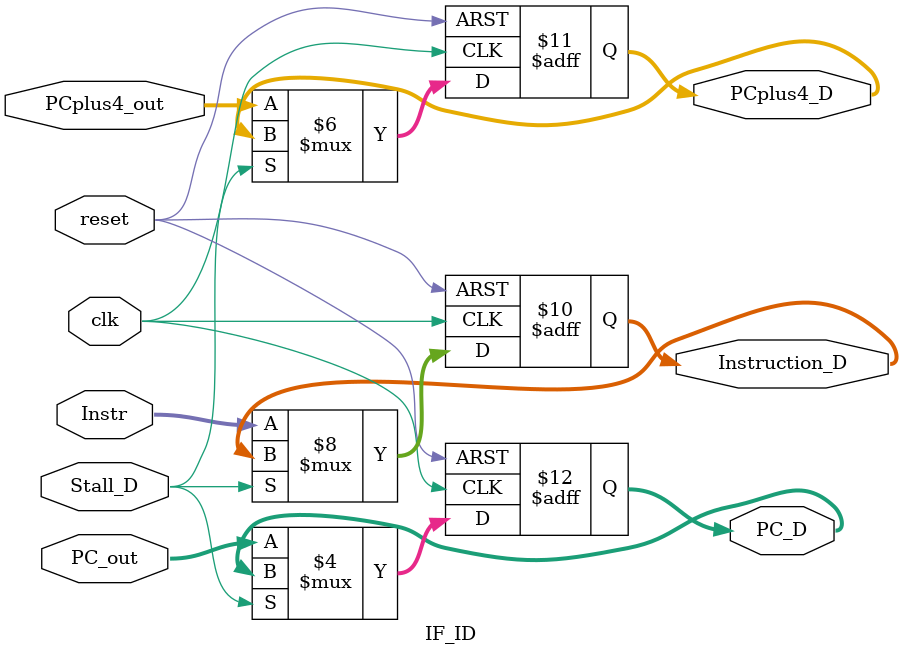
<source format=v>
module IF_ID (
    input clk,
    input reset,
    input Stall_D,
    input [31:0] Instr,
    input [31:0] PCplus4_out,
    input [31:0] PC_out,
    output reg [31:0] Instruction_D,
    output reg [31:0] PCplus4_D,
    output reg [31:0] PC_D
);
    always @(posedge clk or negedge reset) begin
        if (!reset) begin
            Instruction_D <= 32'b0;
            PCplus4_D <= 32'b0;
            PC_D <= 32'b0;
        end else begin
            if (!Stall_D) begin
                Instruction_D <= Instr;
                PCplus4_D <= PCplus4_out;
                PC_D <= PC_out;
            end
        end
    end
endmodule

</source>
